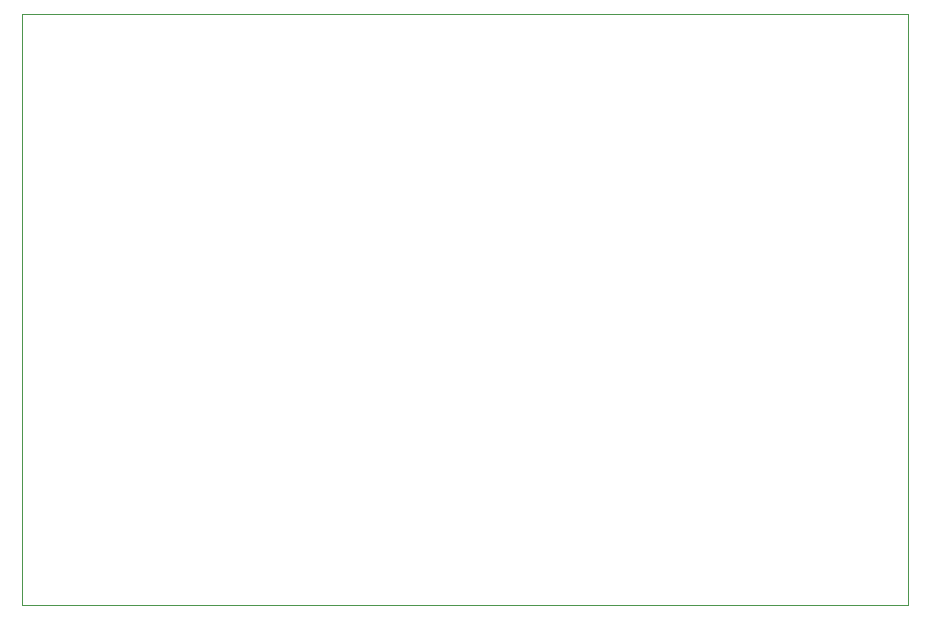
<source format=gm1>
%TF.GenerationSoftware,KiCad,Pcbnew,9.0.6*%
%TF.CreationDate,2026-01-04T15:49:14-06:00*%
%TF.ProjectId,spo2_project,73706f32-5f70-4726-9f6a-6563742e6b69,rev?*%
%TF.SameCoordinates,Original*%
%TF.FileFunction,Profile,NP*%
%FSLAX46Y46*%
G04 Gerber Fmt 4.6, Leading zero omitted, Abs format (unit mm)*
G04 Created by KiCad (PCBNEW 9.0.6) date 2026-01-04 15:49:14*
%MOMM*%
%LPD*%
G01*
G04 APERTURE LIST*
%TA.AperFunction,Profile*%
%ADD10C,0.038100*%
%TD*%
G04 APERTURE END LIST*
D10*
X81000000Y-68000000D02*
X81000000Y-118000000D01*
X81000000Y-118000000D02*
X156000000Y-118000000D01*
X156000000Y-68000000D02*
X81000000Y-68000000D01*
X156000000Y-118000000D02*
X156000000Y-68000000D01*
M02*

</source>
